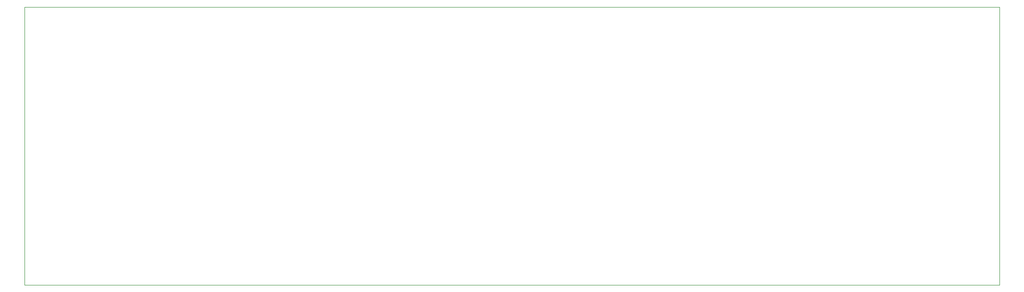
<source format=gbr>
%TF.GenerationSoftware,KiCad,Pcbnew,8.0.9-8.0.9-0~ubuntu22.04.1*%
%TF.CreationDate,2025-03-11T21:02:45+03:00*%
%TF.ProjectId,test,74657374-2e6b-4696-9361-645f70636258,rev?*%
%TF.SameCoordinates,Original*%
%TF.FileFunction,Profile,NP*%
%FSLAX46Y46*%
G04 Gerber Fmt 4.6, Leading zero omitted, Abs format (unit mm)*
G04 Created by KiCad (PCBNEW 8.0.9-8.0.9-0~ubuntu22.04.1) date 2025-03-11 21:02:45*
%MOMM*%
%LPD*%
G01*
G04 APERTURE LIST*
%TA.AperFunction,Profile*%
%ADD10C,0.050000*%
%TD*%
G04 APERTURE END LIST*
D10*
X21000000Y-65500000D02*
X196000000Y-65500000D01*
X196000000Y-115500000D01*
X21000000Y-115500000D01*
X21000000Y-65500000D01*
M02*

</source>
